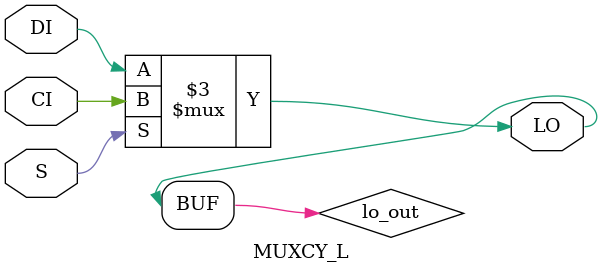
<source format=v>

/*

FUNCTION    : 2 to 1 Multiplexer for Carry Logic

*/

`celldefine
`timescale  100 ps / 10 ps

module MUXCY_L (LO, CI, DI, S);

    output LO;
    reg    lo_out;

    input  CI, DI, S;

    buf B1 (LO, lo_out);

    always @(CI or DI or S) begin
        if (S)
        lo_out <= CI;
        else
        lo_out <= DI;
    end

endmodule

</source>
